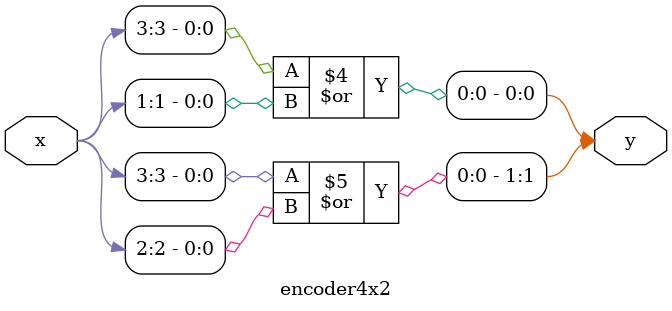
<source format=v>
module d_cache (
    input wire clk, rst,
    //mips core
    input         cpu_data_req     ,
    input         cpu_data_wr      ,
    input  [1 :0] cpu_data_size    ,
    input  [31:0] cpu_data_addr    ,
    input  [31:0] cpu_data_wdata   ,
    output [31:0] cpu_data_rdata   ,
    output        cpu_data_addr_ok ,
    output        cpu_data_data_ok ,

    //axi interface
    output         cache_data_req     ,
    output         cache_data_wr      ,
    output  [1 :0] cache_data_size    ,
    output  [31:0] cache_data_addr    ,
    output  [31:0] cache_data_wdata   ,
    input   [31:0] cache_data_rdata   ,
    input          cache_data_addr_ok ,
    input          cache_data_data_ok 
);
    //value of the ceiling of the log base 2.
    function integer clog2;
    input integer value;
    begin
        value = value-1;
        for (clog2=0; value>0; clog2=clog2+1)
            value = value>>1;
    end
    endfunction

    //Cache配置
    parameter  INDEX_WIDTH  = 10, OFFSET_WIDTH = 2, WAY = 4;
    localparam TAG_WIDTH    = 32 - INDEX_WIDTH - OFFSET_WIDTH;
    localparam CACHE_DEEPTH = 1 << INDEX_WIDTH;
    localparam LOG2_WAY = clog2(WAY);
    
    //Cache存储单元
    reg [WAY - 1 : 0]       cache_valid[CACHE_DEEPTH - 1 : 0];
    reg [WAY - 1 : 0]       cache_dirty[CACHE_DEEPTH - 1 : 0];
    reg [TAG_WIDTH - 1 : 0] cache_tag  [CACHE_DEEPTH - 1 : 0][WAY - 1 : 0];
    reg [31 : 0]            cache_block[CACHE_DEEPTH - 1 : 0][WAY - 1 : 0];
    reg [WAY - 2 : 0]       LRU_lines  [CACHE_DEEPTH - 1 : 0];  //4路组相联每行需要3bit

    //访问地址分解
    wire [OFFSET_WIDTH-1:0] offset;
    wire [INDEX_WIDTH-1:0] index;
    wire [TAG_WIDTH-1:0] tag;
    
    assign offset = cpu_data_addr[OFFSET_WIDTH - 1 : 0];
    assign index = cpu_data_addr[INDEX_WIDTH + OFFSET_WIDTH - 1 : OFFSET_WIDTH];
    assign tag = cpu_data_addr[31 : INDEX_WIDTH + OFFSET_WIDTH];

    //访问Cache line
    wire [WAY - 1 : 0]       c_valid_way, c_dirty_way;
    wire [TAG_WIDTH - 1 : 0] c_tag_way  [WAY - 1 : 0];
    wire [31 : 0]            c_block_way[WAY - 1 : 0];
    wire [WAY-2 : 0]         LRU_bits;

    assign c_valid_way = cache_valid[index];
    assign c_dirty_way = cache_dirty[index];
    assign LRU_bits    = LRU_lines  [index];
    assign c_tag_way[0]   = cache_tag[index][0];
    assign c_tag_way[1]   = cache_tag[index][1];
    assign c_tag_way[2]   = cache_tag[index][2];
    assign c_tag_way[3]   = cache_tag[index][3];
    assign c_block_way[0] = cache_block[index][0];
    assign c_block_way[1] = cache_block[index][1];
    assign c_block_way[2] = cache_block[index][2];
    assign c_block_way[3] = cache_block[index][3];

    //判断是否命中
    wire [WAY - 1 : 0] sel_mask;    //命中的路(独热码)
    wire [LOG2_WAY - 1 : 0] sel; //命中的路的编号
    assign sel_mask[0] = c_valid_way[0] & !(c_tag_way[0]^ tag); 
    assign sel_mask[1] = c_valid_way[1] & !(c_tag_way[1]^ tag); 
    assign sel_mask[2] = c_valid_way[2] & !(c_tag_way[2]^ tag); 
    assign sel_mask[3] = c_valid_way[3] & !(c_tag_way[3]^ tag); 
    encoder4x2 encoder0(sel_mask, sel);

    //获得替换的路evict
    // wire [WAY - 1 : 0] evict_mask;    //要替换的路(独热码)
    wire [LOG2_WAY - 1 : 0] evict; //要替换的路的编号
    assign evict = {LRU_bits[0], ~LRU_bits[0] ? LRU_bits[1] : LRU_bits[2]};
    // decoder2x4 decoder1(evict_way, evict_mask);

    //hit & miss
    wire hit, miss;
    assign hit = |sel_mask;
    assign miss = ~hit;

    //dirty & clean
    wire dirty, clean;
    assign dirty = c_valid_way[evict] & c_dirty_way[evict]; //valid后再讨论是否dirty
    assign clean = ~dirty;

    //write & read
    wire read, write;
    assign write = cpu_data_wr;
    assign read = ~write;

    //获得命中的cache line的block
    wire [31 : 0] c_block_sel;
    assign c_block_sel = c_block_way[sel];

    //miss & dirty写回内存需要的数据
    wire [31 : 0] c_block_evict;
    assign c_block_evict = c_block_way[evict];

    wire [TAG_WIDTH - 1 : 0] c_tag_evict;
    assign c_tag_evict = c_tag_way[evict];

    //------------------debug--------------------
    reg [31:0] read_total, write_total;
    always @(posedge clk) begin
        if(rst) begin
            read_total <= 0;
            write_total <= 0;
        end
        else begin
            if(cpu_data_req & read) begin
                read_total = read_total + 1;
            end
            if(cpu_data_req & write) begin
                write_total = write_total + 1;
            end
        end
    end

    wire read_hit, read_miss_clean, read_miss_dirty, write_hit, write_miss_clean, write_miss_dirty;
    assign read_hit = cpu_data_req & read & hit;
    assign read_miss_clean = cpu_data_req & read & miss & clean;
    assign read_miss_dirty = cpu_data_req & read & miss & dirty;
    assign write_hit = cpu_data_req & write & hit;
    assign write_miss_clean = cpu_data_req & write & miss & clean;
    assign write_miss_dirty = cpu_data_req & write & miss & dirty;
    //------------------debug--------------------

    //FSM
    parameter IDLE = 2'b00, RM = 2'b01, WRM = 2'b10, WM = 2'b11;    //WM: 写回内存；WRM: 先写回内存，再读内存
    reg [1:0] state;
    always @(posedge clk) begin
        if(rst) begin
            state <= IDLE;
        end
        else begin
            case(state)
                IDLE:   state <= cpu_data_req & read & miss & clean ? RM :
                                 cpu_data_req & read & miss & dirty ? WRM :
                                 cpu_data_req & write & miss & dirty ? WM : IDLE;
                RM:     state <= cache_data_data_ok ? IDLE : RM;
                WM:     state <= cache_data_data_ok ? IDLE : WM;
                WRM:    state <= cache_data_data_ok ? RM : WRM;
            endcase
        end
    end

    wire read_req, write_req;
    reg addr_rcv;
    wire read_finish, write_finish;
    always @(posedge clk) begin
        addr_rcv <= rst ? 1'b0 :
                    cache_data_req & cache_data_addr_ok ? 1'b1 :
                    cache_data_data_ok ? 1'b0 : addr_rcv;
    end

    assign read_req = state == RM;
    assign write_req = state == WRM || state == WM;
    assign read_finish = read_req & cache_data_data_ok;
    assign write_finish = write_req & cache_data_data_ok;

    //output to mips core
    assign cpu_data_rdata   = hit ? c_block_sel : cache_data_rdata;
    assign cpu_data_addr_ok = cpu_data_req & (hit | write & clean) | (state==RM || state==WM) & cache_data_addr_ok;
    assign cpu_data_data_ok = cpu_data_req & (hit | write & clean) | (state==RM || state==WM) & cache_data_data_ok;

    //output to axi interface
    assign cache_data_req   = (state!=IDLE) & ~addr_rcv;
    assign cache_data_wr    = write_req ? 1'b1 : 1'b0;
    assign cache_data_size  = write_req ? 2'b10 : cpu_data_size;  //写内存size均为2
    assign cache_data_addr  = write_req ? {c_tag_evict, index, 2'b00} : cpu_data_addr;
    assign cache_data_wdata = c_block_evict; //写内存一定是替换脏块

    //保存地址中的tag, index，防止addr发生改变
    reg [TAG_WIDTH-1:0] tag_save;
    reg [INDEX_WIDTH-1:0] index_save;
    always @(posedge clk) begin
        tag_save   <= rst ? 0 :
                      cpu_data_req ? tag : tag_save;
        index_save <= rst ? 0 :
                      cpu_data_req ? index : index_save;
    end

//LRU更新（更新LRU会影响evict，因此要等到最后再更新）
    wire write_LRU_en;
    wire [LOG2_WAY-1 : 0] LRU_visit;  //记录最近访问了哪路，用于更新LRU 

    assign write_LRU_en = hit | read & read_finish | write & write_finish;
    assign LRU_visit = hit ? sel : evict;
    integer j;
    always @(posedge clk) begin
        if(rst) begin
            for(j=0; j<CACHE_DEEPTH; j=j+1) begin
                LRU_lines[j] <= 0;
            end
        end
        else begin
            if(hit) begin
                LRU_lines[index][0] <= ~LRU_visit[1];
                LRU_lines[index][1] <= ~LRU_visit[1] ? ~LRU_visit[0] : LRU_lines[index][1];
                LRU_lines[index][2] <=  LRU_visit[1] ? ~LRU_visit[0] : LRU_lines[index][2];
            end
            else if(read & read_finish | write & write_finish) begin
                LRU_lines[index_save][0] <= ~LRU_visit[1];
                LRU_lines[index_save][1] <= ~LRU_visit[1] ? ~LRU_visit[0] : LRU_lines[index][1];
                LRU_lines[index_save][2] <=  LRU_visit[1] ? ~LRU_visit[0] : LRU_lines[index][2];
            end
        end
    end

//写入Cache
    wire [31:0] write_cache_data;   //write
    wire [3:0] write_mask;

    //根据地址低两位和size，生成写掩码（针对sb，sh等不是写完整一个字的指令），4位对应1个字（4字节）中每个字的写使能
    assign write_mask = cpu_data_size==2'b00 ?
                            (cpu_data_addr[1] ? (cpu_data_addr[0] ? 4'b1000 : 4'b0100):
                                                (cpu_data_addr[0] ? 4'b0010 : 4'b0001)) :
                            (cpu_data_size==2'b01 ? (cpu_data_addr[1] ? 4'b1100 : 4'b0011) : 4'b1111);

    //掩码的使用：位为1的代表需要更新的。
    //位拓展：{8{1'b1}} -> 8'b11111111
    //new_data = old_data & ~mask | write_data & mask
    assign write_cache_data = (hit ? c_block_sel : c_block_evict) & ~{{8{write_mask[3]}}, {8{write_mask[2]}}, {8{write_mask[1]}}, {8{write_mask[0]}}} | 
                              cpu_data_wdata & {{8{write_mask[3]}}, {8{write_mask[2]}}, {8{write_mask[1]}}, {8{write_mask[0]}}};

    wire write_cache_en;
    assign write_cache_en = read_finish | cpu_data_req & write & hit | cpu_data_req & write & miss & clean |write & write_finish;
    
    integer i;
    always @(posedge clk) begin
        if(rst) begin
            for(i=0; i<CACHE_DEEPTH; i=i+1) begin   //刚开始将Cache置为无效, clean
                cache_valid[i][0] <= 0;
                cache_valid[i][1] <= 0;
                cache_valid[i][2] <= 0;
                cache_valid[i][3] <= 0;

                cache_dirty[i][0] <= 0;
                cache_dirty[i][1] <= 0;
                cache_dirty[i][2] <= 0;
                cache_dirty[i][3] <= 0;
            end
        end
        else begin
            if(read_finish) begin //读缺失，访存结束时
                cache_valid[index_save][evict] <= 1'b1;
                cache_dirty[index_save][evict] <= 1'b0;
                cache_tag  [index_save][evict] <= tag_save;
                cache_block[index_save][evict] <= cache_data_rdata;
            end
            else if(cpu_data_req & write & hit) begin //写命中
                cache_dirty[index][sel] <= 1'b1;
                cache_block[index][sel] <= write_cache_data;
            end
            else if(cpu_data_req & write & miss & clean) begin  //写缺失且clean
                cache_valid[index][evict] <= 1'b1;
                cache_dirty[index][evict] <= 1'b1;
                cache_tag  [index][evict] <= tag;
                cache_block[index][evict] <= write_cache_data;
            end
            else if(write & write_finish) begin //写缺失且dirty，需要等写回后再写cache
                cache_valid[index_save][evict] <= 1'b1;
                cache_dirty[index_save][evict] <= 1'b1;
                cache_tag  [index_save][evict] <= tag_save;
                cache_block[index_save][evict] <= write_cache_data;
            end
        end
    end
endmodule

module encoder4x2 (
    input wire [3:0] x, //独热码
    output wire [1:0] y
);
    assign y = {x[3] | x[2], x[3] | x[1]};

endmodule
</source>
